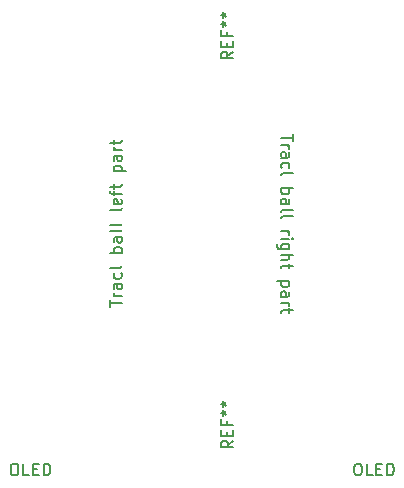
<source format=gto>
G04 #@! TF.GenerationSoftware,KiCad,Pcbnew,(5.1.6-0-10_14)*
G04 #@! TF.CreationDate,2022-08-17T10:56:06+09:00*
G04 #@! TF.ProjectId,cool536trackballparts,636f6f6c-3533-4367-9472-61636b62616c,rev?*
G04 #@! TF.SameCoordinates,Original*
G04 #@! TF.FileFunction,Legend,Top*
G04 #@! TF.FilePolarity,Positive*
%FSLAX46Y46*%
G04 Gerber Fmt 4.6, Leading zero omitted, Abs format (unit mm)*
G04 Created by KiCad (PCBNEW (5.1.6-0-10_14)) date 2022-08-17 10:56:06*
%MOMM*%
%LPD*%
G01*
G04 APERTURE LIST*
%ADD10C,0.150000*%
G04 APERTURE END LIST*
D10*
X69397619Y-40072380D02*
X69397619Y-40643809D01*
X68397619Y-40358095D02*
X69397619Y-40358095D01*
X68397619Y-40977142D02*
X69064285Y-40977142D01*
X68873809Y-40977142D02*
X68969047Y-41024761D01*
X69016666Y-41072380D01*
X69064285Y-41167619D01*
X69064285Y-41262857D01*
X68397619Y-42024761D02*
X68921428Y-42024761D01*
X69016666Y-41977142D01*
X69064285Y-41881904D01*
X69064285Y-41691428D01*
X69016666Y-41596190D01*
X68445238Y-42024761D02*
X68397619Y-41929523D01*
X68397619Y-41691428D01*
X68445238Y-41596190D01*
X68540476Y-41548571D01*
X68635714Y-41548571D01*
X68730952Y-41596190D01*
X68778571Y-41691428D01*
X68778571Y-41929523D01*
X68826190Y-42024761D01*
X68445238Y-42929523D02*
X68397619Y-42834285D01*
X68397619Y-42643809D01*
X68445238Y-42548571D01*
X68492857Y-42500952D01*
X68588095Y-42453333D01*
X68873809Y-42453333D01*
X68969047Y-42500952D01*
X69016666Y-42548571D01*
X69064285Y-42643809D01*
X69064285Y-42834285D01*
X69016666Y-42929523D01*
X68397619Y-43500952D02*
X68445238Y-43405714D01*
X68540476Y-43358095D01*
X69397619Y-43358095D01*
X68397619Y-44643809D02*
X69397619Y-44643809D01*
X69016666Y-44643809D02*
X69064285Y-44739047D01*
X69064285Y-44929523D01*
X69016666Y-45024761D01*
X68969047Y-45072380D01*
X68873809Y-45120000D01*
X68588095Y-45120000D01*
X68492857Y-45072380D01*
X68445238Y-45024761D01*
X68397619Y-44929523D01*
X68397619Y-44739047D01*
X68445238Y-44643809D01*
X68397619Y-45977142D02*
X68921428Y-45977142D01*
X69016666Y-45929523D01*
X69064285Y-45834285D01*
X69064285Y-45643809D01*
X69016666Y-45548571D01*
X68445238Y-45977142D02*
X68397619Y-45881904D01*
X68397619Y-45643809D01*
X68445238Y-45548571D01*
X68540476Y-45500952D01*
X68635714Y-45500952D01*
X68730952Y-45548571D01*
X68778571Y-45643809D01*
X68778571Y-45881904D01*
X68826190Y-45977142D01*
X68397619Y-46596190D02*
X68445238Y-46500952D01*
X68540476Y-46453333D01*
X69397619Y-46453333D01*
X68397619Y-47120000D02*
X68445238Y-47024761D01*
X68540476Y-46977142D01*
X69397619Y-46977142D01*
X68397619Y-48262857D02*
X69064285Y-48262857D01*
X68873809Y-48262857D02*
X68969047Y-48310476D01*
X69016666Y-48358095D01*
X69064285Y-48453333D01*
X69064285Y-48548571D01*
X68397619Y-48881904D02*
X69064285Y-48881904D01*
X69397619Y-48881904D02*
X69350000Y-48834285D01*
X69302380Y-48881904D01*
X69350000Y-48929523D01*
X69397619Y-48881904D01*
X69302380Y-48881904D01*
X69064285Y-49786666D02*
X68254761Y-49786666D01*
X68159523Y-49739047D01*
X68111904Y-49691428D01*
X68064285Y-49596190D01*
X68064285Y-49453333D01*
X68111904Y-49358095D01*
X68445238Y-49786666D02*
X68397619Y-49691428D01*
X68397619Y-49500952D01*
X68445238Y-49405714D01*
X68492857Y-49358095D01*
X68588095Y-49310476D01*
X68873809Y-49310476D01*
X68969047Y-49358095D01*
X69016666Y-49405714D01*
X69064285Y-49500952D01*
X69064285Y-49691428D01*
X69016666Y-49786666D01*
X68397619Y-50262857D02*
X69397619Y-50262857D01*
X68397619Y-50691428D02*
X68921428Y-50691428D01*
X69016666Y-50643809D01*
X69064285Y-50548571D01*
X69064285Y-50405714D01*
X69016666Y-50310476D01*
X68969047Y-50262857D01*
X69064285Y-51024761D02*
X69064285Y-51405714D01*
X69397619Y-51167619D02*
X68540476Y-51167619D01*
X68445238Y-51215238D01*
X68397619Y-51310476D01*
X68397619Y-51405714D01*
X69064285Y-52500952D02*
X68064285Y-52500952D01*
X69016666Y-52500952D02*
X69064285Y-52596190D01*
X69064285Y-52786666D01*
X69016666Y-52881904D01*
X68969047Y-52929523D01*
X68873809Y-52977142D01*
X68588095Y-52977142D01*
X68492857Y-52929523D01*
X68445238Y-52881904D01*
X68397619Y-52786666D01*
X68397619Y-52596190D01*
X68445238Y-52500952D01*
X68397619Y-53834285D02*
X68921428Y-53834285D01*
X69016666Y-53786666D01*
X69064285Y-53691428D01*
X69064285Y-53500952D01*
X69016666Y-53405714D01*
X68445238Y-53834285D02*
X68397619Y-53739047D01*
X68397619Y-53500952D01*
X68445238Y-53405714D01*
X68540476Y-53358095D01*
X68635714Y-53358095D01*
X68730952Y-53405714D01*
X68778571Y-53500952D01*
X68778571Y-53739047D01*
X68826190Y-53834285D01*
X68397619Y-54310476D02*
X69064285Y-54310476D01*
X68873809Y-54310476D02*
X68969047Y-54358095D01*
X69016666Y-54405714D01*
X69064285Y-54500952D01*
X69064285Y-54596190D01*
X69064285Y-54786666D02*
X69064285Y-55167619D01*
X69397619Y-54929523D02*
X68540476Y-54929523D01*
X68445238Y-54977142D01*
X68397619Y-55072380D01*
X68397619Y-55167619D01*
X53892380Y-54661428D02*
X53892380Y-54090000D01*
X54892380Y-54375714D02*
X53892380Y-54375714D01*
X54892380Y-53756666D02*
X54225714Y-53756666D01*
X54416190Y-53756666D02*
X54320952Y-53709047D01*
X54273333Y-53661428D01*
X54225714Y-53566190D01*
X54225714Y-53470952D01*
X54892380Y-52709047D02*
X54368571Y-52709047D01*
X54273333Y-52756666D01*
X54225714Y-52851904D01*
X54225714Y-53042380D01*
X54273333Y-53137619D01*
X54844761Y-52709047D02*
X54892380Y-52804285D01*
X54892380Y-53042380D01*
X54844761Y-53137619D01*
X54749523Y-53185238D01*
X54654285Y-53185238D01*
X54559047Y-53137619D01*
X54511428Y-53042380D01*
X54511428Y-52804285D01*
X54463809Y-52709047D01*
X54844761Y-51804285D02*
X54892380Y-51899523D01*
X54892380Y-52090000D01*
X54844761Y-52185238D01*
X54797142Y-52232857D01*
X54701904Y-52280476D01*
X54416190Y-52280476D01*
X54320952Y-52232857D01*
X54273333Y-52185238D01*
X54225714Y-52090000D01*
X54225714Y-51899523D01*
X54273333Y-51804285D01*
X54892380Y-51232857D02*
X54844761Y-51328095D01*
X54749523Y-51375714D01*
X53892380Y-51375714D01*
X54892380Y-50090000D02*
X53892380Y-50090000D01*
X54273333Y-50090000D02*
X54225714Y-49994761D01*
X54225714Y-49804285D01*
X54273333Y-49709047D01*
X54320952Y-49661428D01*
X54416190Y-49613809D01*
X54701904Y-49613809D01*
X54797142Y-49661428D01*
X54844761Y-49709047D01*
X54892380Y-49804285D01*
X54892380Y-49994761D01*
X54844761Y-50090000D01*
X54892380Y-48756666D02*
X54368571Y-48756666D01*
X54273333Y-48804285D01*
X54225714Y-48899523D01*
X54225714Y-49090000D01*
X54273333Y-49185238D01*
X54844761Y-48756666D02*
X54892380Y-48851904D01*
X54892380Y-49090000D01*
X54844761Y-49185238D01*
X54749523Y-49232857D01*
X54654285Y-49232857D01*
X54559047Y-49185238D01*
X54511428Y-49090000D01*
X54511428Y-48851904D01*
X54463809Y-48756666D01*
X54892380Y-48137619D02*
X54844761Y-48232857D01*
X54749523Y-48280476D01*
X53892380Y-48280476D01*
X54892380Y-47613809D02*
X54844761Y-47709047D01*
X54749523Y-47756666D01*
X53892380Y-47756666D01*
X54892380Y-46328095D02*
X54844761Y-46423333D01*
X54749523Y-46470952D01*
X53892380Y-46470952D01*
X54844761Y-45566190D02*
X54892380Y-45661428D01*
X54892380Y-45851904D01*
X54844761Y-45947142D01*
X54749523Y-45994761D01*
X54368571Y-45994761D01*
X54273333Y-45947142D01*
X54225714Y-45851904D01*
X54225714Y-45661428D01*
X54273333Y-45566190D01*
X54368571Y-45518571D01*
X54463809Y-45518571D01*
X54559047Y-45994761D01*
X54225714Y-45232857D02*
X54225714Y-44851904D01*
X54892380Y-45090000D02*
X54035238Y-45090000D01*
X53940000Y-45042380D01*
X53892380Y-44947142D01*
X53892380Y-44851904D01*
X54225714Y-44661428D02*
X54225714Y-44280476D01*
X53892380Y-44518571D02*
X54749523Y-44518571D01*
X54844761Y-44470952D01*
X54892380Y-44375714D01*
X54892380Y-44280476D01*
X54225714Y-43185238D02*
X55225714Y-43185238D01*
X54273333Y-43185238D02*
X54225714Y-43090000D01*
X54225714Y-42899523D01*
X54273333Y-42804285D01*
X54320952Y-42756666D01*
X54416190Y-42709047D01*
X54701904Y-42709047D01*
X54797142Y-42756666D01*
X54844761Y-42804285D01*
X54892380Y-42899523D01*
X54892380Y-43090000D01*
X54844761Y-43185238D01*
X54892380Y-41851904D02*
X54368571Y-41851904D01*
X54273333Y-41899523D01*
X54225714Y-41994761D01*
X54225714Y-42185238D01*
X54273333Y-42280476D01*
X54844761Y-41851904D02*
X54892380Y-41947142D01*
X54892380Y-42185238D01*
X54844761Y-42280476D01*
X54749523Y-42328095D01*
X54654285Y-42328095D01*
X54559047Y-42280476D01*
X54511428Y-42185238D01*
X54511428Y-41947142D01*
X54463809Y-41851904D01*
X54892380Y-41375714D02*
X54225714Y-41375714D01*
X54416190Y-41375714D02*
X54320952Y-41328095D01*
X54273333Y-41280476D01*
X54225714Y-41185238D01*
X54225714Y-41090000D01*
X54225714Y-40899523D02*
X54225714Y-40518571D01*
X53892380Y-40756666D02*
X54749523Y-40756666D01*
X54844761Y-40709047D01*
X54892380Y-40613809D01*
X54892380Y-40518571D01*
X64331380Y-65993333D02*
X63855190Y-66326666D01*
X64331380Y-66564761D02*
X63331380Y-66564761D01*
X63331380Y-66183809D01*
X63379000Y-66088571D01*
X63426619Y-66040952D01*
X63521857Y-65993333D01*
X63664714Y-65993333D01*
X63759952Y-66040952D01*
X63807571Y-66088571D01*
X63855190Y-66183809D01*
X63855190Y-66564761D01*
X63807571Y-65564761D02*
X63807571Y-65231428D01*
X64331380Y-65088571D02*
X64331380Y-65564761D01*
X63331380Y-65564761D01*
X63331380Y-65088571D01*
X63807571Y-64326666D02*
X63807571Y-64660000D01*
X64331380Y-64660000D02*
X63331380Y-64660000D01*
X63331380Y-64183809D01*
X63331380Y-63660000D02*
X63569476Y-63660000D01*
X63474238Y-63898095D02*
X63569476Y-63660000D01*
X63474238Y-63421904D01*
X63759952Y-63802857D02*
X63569476Y-63660000D01*
X63759952Y-63517142D01*
X63331380Y-62898095D02*
X63569476Y-62898095D01*
X63474238Y-63136190D02*
X63569476Y-62898095D01*
X63474238Y-62660000D01*
X63759952Y-63040952D02*
X63569476Y-62898095D01*
X63759952Y-62755238D01*
X64321380Y-33063333D02*
X63845190Y-33396666D01*
X64321380Y-33634761D02*
X63321380Y-33634761D01*
X63321380Y-33253809D01*
X63369000Y-33158571D01*
X63416619Y-33110952D01*
X63511857Y-33063333D01*
X63654714Y-33063333D01*
X63749952Y-33110952D01*
X63797571Y-33158571D01*
X63845190Y-33253809D01*
X63845190Y-33634761D01*
X63797571Y-32634761D02*
X63797571Y-32301428D01*
X64321380Y-32158571D02*
X64321380Y-32634761D01*
X63321380Y-32634761D01*
X63321380Y-32158571D01*
X63797571Y-31396666D02*
X63797571Y-31730000D01*
X64321380Y-31730000D02*
X63321380Y-31730000D01*
X63321380Y-31253809D01*
X63321380Y-30730000D02*
X63559476Y-30730000D01*
X63464238Y-30968095D02*
X63559476Y-30730000D01*
X63464238Y-30491904D01*
X63749952Y-30872857D02*
X63559476Y-30730000D01*
X63749952Y-30587142D01*
X63321380Y-29968095D02*
X63559476Y-29968095D01*
X63464238Y-30206190D02*
X63559476Y-29968095D01*
X63464238Y-29730000D01*
X63749952Y-30110952D02*
X63559476Y-29968095D01*
X63749952Y-29825238D01*
X74797619Y-67942380D02*
X74988095Y-67942380D01*
X75083333Y-67990000D01*
X75178571Y-68085238D01*
X75226190Y-68275714D01*
X75226190Y-68609047D01*
X75178571Y-68799523D01*
X75083333Y-68894761D01*
X74988095Y-68942380D01*
X74797619Y-68942380D01*
X74702380Y-68894761D01*
X74607142Y-68799523D01*
X74559523Y-68609047D01*
X74559523Y-68275714D01*
X74607142Y-68085238D01*
X74702380Y-67990000D01*
X74797619Y-67942380D01*
X76130952Y-68942380D02*
X75654761Y-68942380D01*
X75654761Y-67942380D01*
X76464285Y-68418571D02*
X76797619Y-68418571D01*
X76940476Y-68942380D02*
X76464285Y-68942380D01*
X76464285Y-67942380D01*
X76940476Y-67942380D01*
X77369047Y-68942380D02*
X77369047Y-67942380D01*
X77607142Y-67942380D01*
X77750000Y-67990000D01*
X77845238Y-68085238D01*
X77892857Y-68180476D01*
X77940476Y-68370952D01*
X77940476Y-68513809D01*
X77892857Y-68704285D01*
X77845238Y-68799523D01*
X77750000Y-68894761D01*
X77607142Y-68942380D01*
X77369047Y-68942380D01*
X45717619Y-67942380D02*
X45908095Y-67942380D01*
X46003333Y-67990000D01*
X46098571Y-68085238D01*
X46146190Y-68275714D01*
X46146190Y-68609047D01*
X46098571Y-68799523D01*
X46003333Y-68894761D01*
X45908095Y-68942380D01*
X45717619Y-68942380D01*
X45622380Y-68894761D01*
X45527142Y-68799523D01*
X45479523Y-68609047D01*
X45479523Y-68275714D01*
X45527142Y-68085238D01*
X45622380Y-67990000D01*
X45717619Y-67942380D01*
X47050952Y-68942380D02*
X46574761Y-68942380D01*
X46574761Y-67942380D01*
X47384285Y-68418571D02*
X47717619Y-68418571D01*
X47860476Y-68942380D02*
X47384285Y-68942380D01*
X47384285Y-67942380D01*
X47860476Y-67942380D01*
X48289047Y-68942380D02*
X48289047Y-67942380D01*
X48527142Y-67942380D01*
X48670000Y-67990000D01*
X48765238Y-68085238D01*
X48812857Y-68180476D01*
X48860476Y-68370952D01*
X48860476Y-68513809D01*
X48812857Y-68704285D01*
X48765238Y-68799523D01*
X48670000Y-68894761D01*
X48527142Y-68942380D01*
X48289047Y-68942380D01*
M02*

</source>
